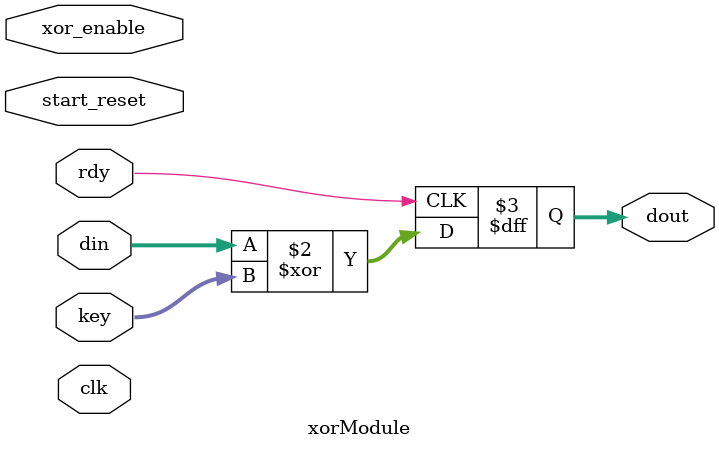
<source format=v>
module xorModule (
    // Inputs
    input wire clk,                 // Operating Clock
    input wire rdy,
    input wire[7:0] din,            // Data byte to encrypt
    input wire start_reset,         // Start/Reset switch
    input wire xor_enable,          // XOR Encryption switch
    input wire [7:0] key,
    // Outputs
    output reg [7:0] dout           // Encrypted data byte
    //output reg led_complete,         // LED for completed state
    //output reg done
    );
    
     
      always@(posedge rdy) begin //waits for positive edge from rx_done_tick to begin encryption
if(rdy) begin
dout = din^key;
//shift<=shift+1;

//done=rdy;
end

end    

endmodule
</source>
